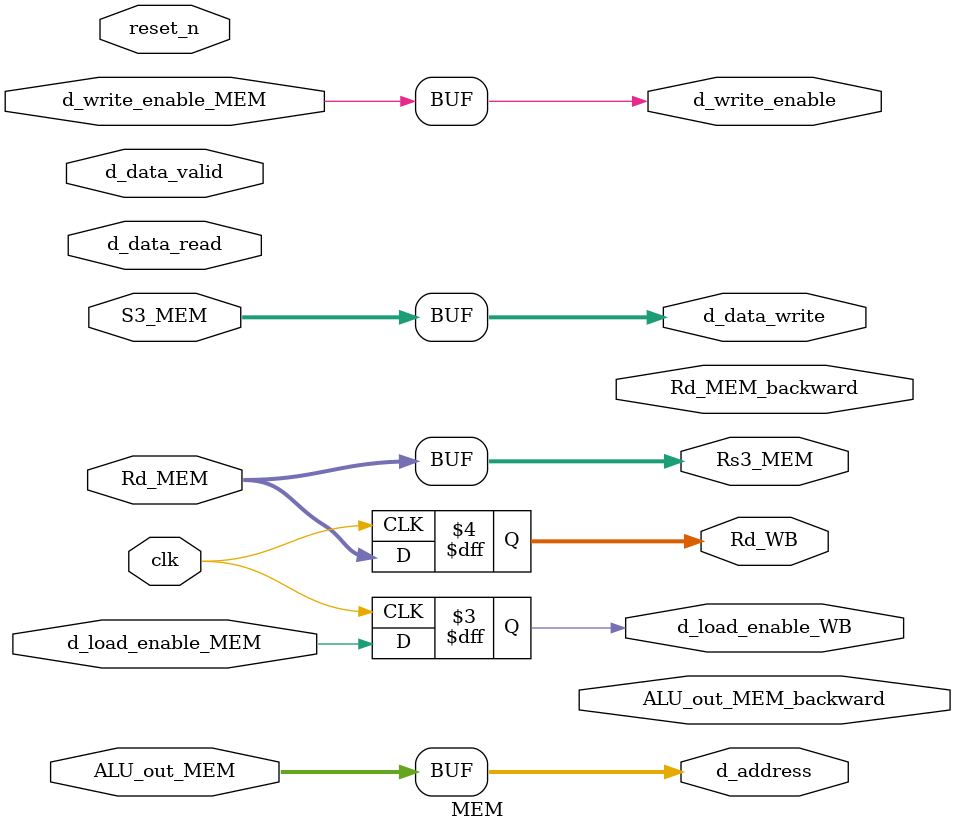
<source format=sv>
module MEM(input  logic clk,
           input  logic reset_n,

           input  logic 	   d_data_valid,
           input  logic [31:0] d_data_read,
           output logic [31:0] d_address,
           output logic [31:0] d_data_write,
           output logic        d_write_enable,

            /// signaux qui remontent le temps
           output logic [31:0] ALU_out_MEM_backward,
           output logic [4:0] Rd_MEM_backward,


           output logic [4:0]  Rs3_MEM,
           input  logic [31:0] S3_MEM, 

           input  logic [31:0] ALU_out_MEM,
           input  logic        d_write_enable_MEM,
           input  logic        d_load_enable_MEM,
           input  logic [4:0]  Rd_MEM,
           
            
           output logic        d_load_enable_WB,
           output logic [4:0]  Rd_WB);



always@(*) begin
    d_address    = ALU_out_MEM;
    
    d_data_write   = S3_MEM;
    Rs3_MEM        = Rd_MEM;
    d_write_enable = d_write_enable_MEM;
end

/// bascules D
always @(posedge clk) begin
    d_load_enable_WB  <= d_load_enable_MEM;
    Rd_WB             <= Rd_MEM;
end


endmodule
</source>
